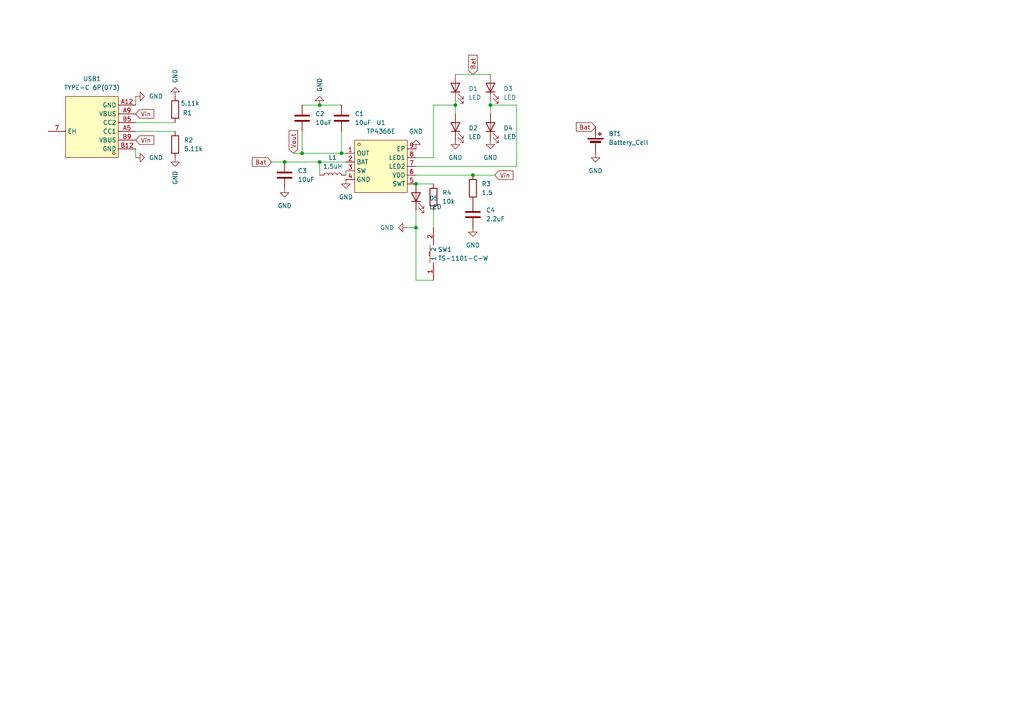
<source format=kicad_sch>
(kicad_sch (version 20231120) (generator "eeschema") (generator_version "8.0")
  (paper "A4")
  (lib_symbols
    (symbol "Device:Battery_Cell" (pin_numbers hide) (pin_names (offset 0) hide)
      (property "Reference" "BT" (at 2.54 2.54 0))
      (property "Value" "Battery_Cell" (at 2.54 0 0))
      (symbol "Battery_Cell_0_1"
        (rectangle (start -2.286 1.778) (end 2.286 1.524) (fill (type outline)))
        (rectangle (start -1.524 1.016) (end 1.524 0.508) (fill (type outline)))
        (polyline (pts (xy 0 0.762) (xy 0 0)))
        (polyline (pts (xy 0 1.778) (xy 0 2.54)))
        (polyline (pts (xy 0.762 3.048) (xy 1.778 3.048)) (stroke (width 0.254)))
        (polyline (pts (xy 1.27 3.556) (xy 1.27 2.54)) (stroke (width 0.254)))
      )
      (symbol "Battery_Cell_1_1"
        (pin passive line (at 0 5.08 270) (length 2.54) (name "+") (number "1"))
        (pin passive line (at 0 -2.54 90) (length 2.54) (name "-") (number "2"))
      )
    )
    (symbol "Device:C" (pin_numbers hide) (pin_names (offset 0.254))
      (property "Reference" "C" (at 0.635 2.54 0))
      (property "Value" "C" (at 0.635 -2.54 0))
      (symbol "C_0_1"
        (polyline (pts (xy -2.032 -0.762) (xy 2.032 -0.762)) (stroke (width 0.508)))
        (polyline (pts (xy -2.032 0.762) (xy 2.032 0.762)) (stroke (width 0.508)))
      )
      (symbol "C_1_1"
        (pin passive line (at 0 3.81 270) (length 2.794) (name "~") (number "1"))
        (pin passive line (at 0 -3.81 90) (length 2.794) (name "~") (number "2"))
      )
    )
    (symbol "Device:L" (pin_numbers hide) (pin_names (offset 1.016) hide)
      (property "Reference" "L" (at -1.27 0 90))
      (property "Value" "L" (at 1.905 0 90))
      (symbol "L_0_1"
        (arc (start 0 -2.54) (mid 0.6323 -1.905) (end 0 -1.27))
        (arc (start 0 -1.27) (mid 0.6323 -0.635) (end 0 0))
        (arc (start 0 0) (mid 0.6323 0.635) (end 0 1.27))
        (arc (start 0 1.27) (mid 0.6323 1.905) (end 0 2.54))
      )
      (symbol "L_1_1"
        (pin passive line (at 0 3.81 270) (length 1.27) (name "1") (number "1"))
        (pin passive line (at 0 -3.81 90) (length 1.27) (name "2") (number "2"))
      )
    )
    (symbol "Device:LED" (pin_numbers hide) (pin_names (offset 1.016) hide)
      (property "Reference" "D" (at 0 2.54 0))
      (property "Value" "LED" (at 0 -2.54 0))
      (symbol "LED_0_1"
        (polyline (pts (xy -1.27 -1.27) (xy -1.27 1.27)) (stroke (width 0.254)))
        (polyline (pts (xy -1.27 0) (xy 1.27 0)))
        (polyline (pts (xy 1.27 -1.27) (xy 1.27 1.27) (xy -1.27 0) (xy 1.27 -1.27)) (stroke (width 0.254)))
        (polyline (pts (xy -3.048 -0.762) (xy -4.572 -2.286) (xy -3.81 -2.286) (xy -4.572 -2.286) (xy -4.572 -1.524)))
        (polyline (pts (xy -1.778 -0.762) (xy -3.302 -2.286) (xy -2.54 -2.286) (xy -3.302 -2.286) (xy -3.302 -1.524)))
      )
      (symbol "LED_1_1"
        (pin passive line (at -3.81 0 0) (length 2.54) (name "K") (number "1"))
        (pin passive line (at 3.81 0 180) (length 2.54) (name "A") (number "2"))
      )
    )
    (symbol "Device:R" (pin_numbers hide) (pin_names (offset 0))
      (property "Reference" "R" (at 2.032 0 90))
      (property "Value" "R" (at 0 0 90))
      (symbol "R_0_1"
        (rectangle (start -1.016 -2.54) (end 1.016 2.54) (stroke (width 0.254)))
      )
      (symbol "R_1_1"
        (pin passive line (at 0 3.81 270) (length 1.27) (name "~") (number "1"))
        (pin passive line (at 0 -3.81 90) (length 1.27) (name "~") (number "2"))
      )
    )
    (symbol "easyeda2kicad:TP4366E"
      (property "Reference" "U" (at 0 10.16 0))
      (property "Value" "TP4366E" (at 0 -10.16 0))
      (symbol "TP4366E_0_1"
        (rectangle (start -7.62 7.62) (end 7.62 -7.62) (fill (type background)))
        (circle (center -6.35 6.35) (radius 0.38))
        (pin unspecified line (at -10.16 3.81 0) (length 2.54) (name "OUT") (number "1"))
        (pin unspecified line (at -10.16 1.27 0) (length 2.54) (name "BAT") (number "2"))
        (pin unspecified line (at -10.16 -1.27 0) (length 2.54) (name "SW") (number "3"))
        (pin unspecified line (at -10.16 -3.81 0) (length 2.54) (name "GND") (number "4"))
        (pin unspecified line (at 10.16 -5.08 180) (length 2.54) (name "SWT") (number "5"))
        (pin unspecified line (at 10.16 -2.54 180) (length 2.54) (name "VDD") (number "6"))
        (pin unspecified line (at 10.16 0 180) (length 2.54) (name "LED2") (number "7"))
        (pin unspecified line (at 10.16 2.54 180) (length 2.54) (name "LED1") (number "8"))
        (pin unspecified line (at 10.16 5.08 180) (length 2.54) (name "EP") (number "9"))
      )
    )
    (symbol "easyeda2kicad:TS-1101-C-W"
      (property "Reference" "SW" (at 0 5.08 0))
      (property "Value" "TS-1101-C-W" (at 0 -5.08 0))
      (symbol "TS-1101-C-W_0_1"
        (polyline (pts (xy -2.54 1.02) (xy 2.54 1.02)))
        (polyline (pts (xy -0.51 1.02) (xy -0.51 1.27) (xy 0.51 1.27) (xy 0.51 1.02)))
        (pin unspecified line (at -7.62 0 0) (length 5.08) (name "1") (number "1"))
        (pin unspecified line (at 7.62 0 180) (length 5.08) (name "2") (number "2"))
      )
    )
    (symbol "easyeda2kicad:TYPE-C6P(073)"
      (property "Reference" "USB" (at 0 10.16 0))
      (property "Value" "TYPE-C 6P(073)" (at 0 -12.7 0))
      (symbol "TYPE-C6P(073)_0_1"
        (rectangle (start -7.62 7.62) (end 7.62 -10.16) (fill (type background)))
        (circle (center -6.35 6.35) (radius 0.38))
        (pin unspecified line (at 12.7 0 180) (length 5.08) (name "EH") (number "7"))
        (pin unspecified line (at -12.7 -7.62 0) (length 5.08) (name "GND") (number "A12"))
        (pin unspecified line (at -12.7 0 0) (length 5.08) (name "CC1") (number "A5"))
        (pin unspecified line (at -12.7 -5.08 0) (length 5.08) (name "VBUS") (number "A9"))
        (pin unspecified line (at -12.7 5.08 0) (length 5.08) (name "GND") (number "B12"))
        (pin unspecified line (at -12.7 -2.54 0) (length 5.08) (name "CC2") (number "B5"))
        (pin unspecified line (at -12.7 2.54 0) (length 5.08) (name "VBUS") (number "B9"))
      )
    )
    (symbol "power:GND" (power) (pin_numbers hide) (pin_names (offset 0) hide)
      (property "Value" "GND" (at 0 -3.81 0))
      (symbol "GND_0_1"
        (polyline (pts (xy 0 0) (xy 0 -1.27) (xy 1.27 -1.27) (xy 0 -2.54) (xy -1.27 -1.27) (xy 0 -1.27)))
      )
      (symbol "GND_1_1"
        (pin power_in line (at 0 0 270) (length 0) (name "~") (number "1"))
      )
    )
  )
  (junction (at 92.71 46.99))
  (junction (at 87.63 44.45))
  (junction (at 132.08 30.48))
  (junction (at 142.24 30.48))
  (junction (at 120.65 53.34))
  (junction (at 92.71 30.48))
  (junction (at 99.06 44.45))
  (junction (at 82.55 46.99))
  (junction (at 120.65 66.04))
  (junction (at 137.16 50.8))
  (wire (pts (xy 125.73 60.96) (xy 125.73 66.04)))
  (wire (pts (xy 120.65 53.34) (xy 125.73 53.34)))
  (wire (pts (xy 120.65 81.28) (xy 120.65 66.04)))
  (wire (pts (xy 142.24 29.21) (xy 142.24 30.48)))
  (wire (pts (xy 87.63 30.48) (xy 92.71 30.48)))
  (wire (pts (xy 87.63 44.45) (xy 99.06 44.45)))
  (wire (pts (xy 120.65 60.96) (xy 120.65 66.04)))
  (wire (pts (xy 100.33 50.8) (xy 100.33 49.53)))
  (wire (pts (xy 120.65 50.8) (xy 137.16 50.8)))
  (wire (pts (xy 87.63 38.1) (xy 87.63 44.45)))
  (wire (pts (xy 125.73 81.28) (xy 120.65 81.28)))
  (wire (pts (xy 39.37 27.94) (xy 39.37 30.48)))
  (wire (pts (xy 82.55 46.99) (xy 92.71 46.99)))
  (wire (pts (xy 149.86 48.26) (xy 149.86 30.48)))
  (wire (pts (xy 85.09 44.45) (xy 87.63 44.45)))
  (wire (pts (xy 149.86 30.48) (xy 142.24 30.48)))
  (wire (pts (xy 132.08 21.59) (xy 142.24 21.59)))
  (wire (pts (xy 120.65 48.26) (xy 149.86 48.26)))
  (wire (pts (xy 99.06 38.1) (xy 99.06 44.45)))
  (wire (pts (xy 125.73 30.48) (xy 132.08 30.48)))
  (wire (pts (xy 125.73 45.72) (xy 125.73 30.48)))
  (wire (pts (xy 120.65 45.72) (xy 125.73 45.72)))
  (wire (pts (xy 132.08 30.48) (xy 132.08 33.02)))
  (wire (pts (xy 142.24 30.48) (xy 142.24 33.02)))
  (wire (pts (xy 39.37 45.72) (xy 39.37 43.18)))
  (wire (pts (xy 39.37 38.1) (xy 50.8 38.1)))
  (wire (pts (xy 143.51 50.8) (xy 137.16 50.8)))
  (wire (pts (xy 99.06 44.45) (xy 100.33 44.45)))
  (wire (pts (xy 78.74 46.99) (xy 82.55 46.99)))
  (wire (pts (xy 92.71 46.99) (xy 100.33 46.99)))
  (wire (pts (xy 92.71 30.48) (xy 99.06 30.48)))
  (wire (pts (xy 50.8 35.56) (xy 39.37 35.56)))
  (wire (pts (xy 92.71 46.99) (xy 92.71 50.8)))
  (wire (pts (xy 132.08 29.21) (xy 132.08 30.48)))
  (wire (pts (xy 118.11 66.04) (xy 120.65 66.04)))
  (global_label "Vout" (shape input) (at 85.09 44.45 90) (property "Intersheetrefs" "${INTERSHEET_REFS}" (effects (hide yes))))
  (global_label "Vin" (shape input) (at 39.37 33.02 0) (property "Intersheetrefs" "${INTERSHEET_REFS}" (effects (hide yes))))
  (global_label "Vin" (shape input) (at 143.51 50.8 0) (property "Intersheetrefs" "${INTERSHEET_REFS}" (effects (hide yes))))
  (global_label "Bat" (shape input) (at 137.16 21.59 90) (property "Intersheetrefs" "${INTERSHEET_REFS}" (effects (hide yes))))
  (global_label "Bat" (shape input) (at 78.74 46.99 180) (property "Intersheetrefs" "${INTERSHEET_REFS}" (effects (hide yes))))
  (global_label "Bat" (shape input) (at 172.72 36.83 180) (property "Intersheetrefs" "${INTERSHEET_REFS}" (effects (hide yes))))
  (global_label "Vin" (shape input) (at 39.37 40.64 0) (property "Intersheetrefs" "${INTERSHEET_REFS}" (effects (hide yes))))
  (symbol (lib_id "power:GND") (at 50.8 27.94 180) (unit 1)
    (property "Reference" "#PWR09" (effects (hide yes)))
    (property "Value" "GND" (at 50.7999 24.13 90) (effects (justify right)))
    (property "Description" "Power symbol creates a global label with name \"GND\" , ground" (effects (hide yes)))
  )
  (symbol (lib_id "Device:LED") (at 142.24 36.83 90) (unit 1)
    (property "Reference" "D4" (at 146.05 37.1474 90) (effects (justify right)))
    (property "Value" "LED" (at 146.05 39.6874 90) (effects (justify right)))
    (property "Footprint" "LED_SMD:LED_0201_0603Metric" (effects (hide yes)))
    (property "Description" "Light emitting diode" (effects (hide yes)))
    (property "LCSC" "C965807" (effects (hide yes)))
  )
  (symbol (lib_id "power:GND") (at 120.65 43.18 180) (unit 1)
    (property "Reference" "#PWR04" (effects (hide yes)))
    (property "Value" "GND" (at 120.65 38.1 0))
    (property "Description" "Power symbol creates a global label with name \"GND\" , ground" (effects (hide yes)))
  )
  (symbol (lib_id "Device:LED") (at 132.08 36.83 90) (unit 1)
    (property "Reference" "D2" (at 135.89 37.1474 90) (effects (justify right)))
    (property "Value" "LED" (at 135.89 39.6874 90) (effects (justify right)))
    (property "Footprint" "LED_SMD:LED_0201_0603Metric" (effects (hide yes)))
    (property "Description" "Light emitting diode" (effects (hide yes)))
    (property "LCSC" "C965807" (effects (hide yes)))
  )
  (symbol (lib_id "power:GND") (at 172.72 44.45 0) (unit 1)
    (property "Reference" "#PWR013" (effects (hide yes)))
    (property "Value" "GND" (at 172.72 49.53 0))
    (property "Description" "Power symbol creates a global label with name \"GND\" , ground" (effects (hide yes)))
  )
  (symbol (lib_id "easyeda2kicad:TS-1101-C-W") (at 125.73 73.66 90) (unit 1)
    (property "Reference" "SW1" (at 127 72.3899 90) (effects (justify right)))
    (property "Value" "TS-1101-C-W" (at 127 74.9299 90) (effects (justify right)))
    (property "Footprint" "easyeda2kicad:SW-SMD_L6.0-W3.3-LS8.0" (effects (hide yes)))
    (property "LCSC Part" "C318938" (effects (hide yes)))
  )
  (symbol (lib_id "power:GND") (at 92.71 30.48 180) (unit 1)
    (property "Reference" "#PWR01" (effects (hide yes)))
    (property "Value" "GND" (at 92.7099 26.67 90) (effects (justify right)))
    (property "Description" "Power symbol creates a global label with name \"GND\" , ground" (effects (hide yes)))
  )
  (symbol (lib_id "Device:LED") (at 132.08 25.4 90) (unit 1)
    (property "Reference" "D1" (at 135.89 25.7174 90) (effects (justify right)))
    (property "Value" "LED" (at 135.89 28.2574 90) (effects (justify right)))
    (property "Footprint" "LED_SMD:LED_0201_0603Metric" (effects (hide yes)))
    (property "Description" "Light emitting diode" (effects (hide yes)))
    (property "LCSC" "C965807" (effects (hide yes)))
  )
  (symbol (lib_id "Device:C") (at 137.16 62.23 0) (unit 1)
    (property "Reference" "C4" (at 140.97 60.9599 0) (effects (justify left)))
    (property "Value" "2.2uF" (at 140.97 63.4999 0) (effects (justify left)))
    (property "Footprint" "Capacitor_SMD:C_1206_3216Metric" (effects (hide yes)))
    (property "Description" "Unpolarized capacitor" (effects (hide yes)))
  )
  (symbol (lib_id "power:GND") (at 132.08 40.64 0) (unit 1)
    (property "Reference" "#PWR011" (effects (hide yes)))
    (property "Value" "GND" (at 132.08 45.72 0))
    (property "Description" "Power symbol creates a global label with name \"GND\" , ground" (effects (hide yes)))
  )
  (symbol (lib_id "Device:R") (at 50.8 41.91 0) (unit 1)
    (property "Reference" "R2" (at 53.34 40.6399 0) (effects (justify left)))
    (property "Value" "5.11k" (at 53.34 43.1799 0) (effects (justify left)))
    (property "Footprint" "Resistor_SMD:R_1206_3216Metric" (effects (hide yes)))
    (property "Description" "Resistor" (effects (hide yes)))
  )
  (symbol (lib_id "power:GND") (at 39.37 27.94 90) (unit 1)
    (property "Reference" "#PWR07" (effects (hide yes)))
    (property "Value" "GND" (at 43.18 27.9399 90) (effects (justify right)))
    (property "Description" "Power symbol creates a global label with name \"GND\" , ground" (effects (hide yes)))
  )
  (symbol (lib_id "power:GND") (at 39.37 45.72 90) (unit 1)
    (property "Reference" "#PWR08" (effects (hide yes)))
    (property "Value" "GND" (at 43.18 45.7199 90) (effects (justify right)))
    (property "Description" "Power symbol creates a global label with name \"GND\" , ground" (effects (hide yes)))
  )
  (symbol (lib_id "Device:C") (at 87.63 34.29 0) (unit 1)
    (property "Reference" "C2" (at 91.44 33.0199 0) (effects (justify left)))
    (property "Value" "10uF" (at 91.44 35.5599 0) (effects (justify left)))
    (property "Footprint" "Capacitor_SMD:C_1206_3216Metric" (effects (hide yes)))
    (property "Description" "Unpolarized capacitor" (effects (hide yes)))
  )
  (symbol (lib_id "power:GND") (at 142.24 40.64 0) (unit 1)
    (property "Reference" "#PWR012" (effects (hide yes)))
    (property "Value" "GND" (at 142.24 45.72 0))
    (property "Description" "Power symbol creates a global label with name \"GND\" , ground" (effects (hide yes)))
  )
  (symbol (lib_id "Device:R") (at 137.16 54.61 0) (unit 1)
    (property "Reference" "R3" (at 139.7 53.3399 0) (effects (justify left)))
    (property "Value" "1.5" (at 139.7 55.8799 0) (effects (justify left)))
    (property "Footprint" "Resistor_SMD:R_1206_3216Metric" (effects (hide yes)))
    (property "Description" "Resistor" (effects (hide yes)))
  )
  (symbol (lib_id "Device:R") (at 125.73 57.15 0) (unit 1)
    (property "Reference" "R4" (at 128.27 55.8799 0) (effects (justify left)))
    (property "Value" "10k" (at 128.27 58.4199 0) (effects (justify left)))
    (property "Footprint" "Resistor_SMD:R_1206_3216Metric" (effects (hide yes)))
    (property "Description" "Resistor" (effects (hide yes)))
  )
  (symbol (lib_id "easyeda2kicad:TYPE-C6P(073)") (at 26.67 38.1 180) (unit 1)
    (property "Reference" "USB1" (at 26.67 22.86 0))
    (property "Value" "TYPE-C 6P(073)" (at 26.67 25.4 0))
    (property "Footprint" "easyeda2kicad:TYPE-C-SMD_TYPE-C-6P_5" (effects (hide yes)))
    (property "Datasheet" "https://lcsc.com/product-detail/USB-Connectors_SHOU-HAN-TYPE-C-6P-073_C668623.html" (effects (hide yes)))
    (property "LCSC Part" "C668623" (effects (hide yes)))
  )
  (symbol (lib_id "Device:C") (at 99.06 34.29 0) (unit 1)
    (property "Reference" "C1" (at 102.87 33.0199 0) (effects (justify left)))
    (property "Value" "10uF" (at 102.87 35.5599 0) (effects (justify left)))
    (property "Footprint" "Capacitor_SMD:C_1206_3216Metric" (effects (hide yes)))
    (property "Description" "Unpolarized capacitor" (effects (hide yes)))
  )
  (symbol (lib_id "Device:C") (at 82.55 50.8 0) (unit 1)
    (property "Reference" "C3" (at 86.36 49.5299 0) (effects (justify left)))
    (property "Value" "10uF" (at 86.36 52.0699 0) (effects (justify left)))
    (property "Footprint" "Capacitor_SMD:C_1206_3216Metric" (effects (hide yes)))
    (property "Description" "Unpolarized capacitor" (effects (hide yes)))
  )
  (symbol (lib_id "power:GND") (at 82.55 54.61 0) (unit 1)
    (property "Reference" "#PWR02" (effects (hide yes)))
    (property "Value" "GND" (at 82.55 59.69 0))
    (property "Description" "Power symbol creates a global label with name \"GND\" , ground" (effects (hide yes)))
  )
  (symbol (lib_id "power:GND") (at 118.11 66.04 270) (unit 1)
    (property "Reference" "#PWR06" (effects (hide yes)))
    (property "Value" "GND" (at 114.3 66.0399 90) (effects (justify right)))
    (property "Description" "Power symbol creates a global label with name \"GND\" , ground" (effects (hide yes)))
  )
  (symbol (lib_id "Device:R") (at 50.8 31.75 180) (unit 1)
    (property "Reference" "R1" (at 54.356 32.766 0))
    (property "Value" "5.11k" (at 55.118 29.972 0))
    (property "Footprint" "Resistor_SMD:R_1206_3216Metric" (effects (hide yes)))
    (property "Description" "Resistor" (effects (hide yes)))
  )
  (symbol (lib_id "power:GND") (at 137.16 66.04 0) (unit 1)
    (property "Reference" "#PWR05" (effects (hide yes)))
    (property "Value" "GND" (at 137.16 71.12 0))
    (property "Description" "Power symbol creates a global label with name \"GND\" , ground" (effects (hide yes)))
  )
  (symbol (lib_id "Device:LED") (at 142.24 25.4 90) (unit 1)
    (property "Reference" "D3" (at 146.05 25.7174 90) (effects (justify right)))
    (property "Value" "LED" (at 146.05 28.2574 90) (effects (justify right)))
    (property "Footprint" "LED_SMD:LED_0201_0603Metric" (effects (hide yes)))
    (property "Description" "Light emitting diode" (effects (hide yes)))
    (property "LCSC" "C965807" (effects (hide yes)))
  )
  (symbol (lib_id "Device:L") (at 96.52 50.8 90) (unit 1)
    (property "Reference" "L1" (at 96.52 45.72 90))
    (property "Value" "1.5uH" (at 96.52 48.26 90))
    (property "Footprint" "easyeda2kicad:IND-SMD_L7.2-W6.6_GPSR0730" (effects (hide yes)))
    (property "Description" "Inductor" (effects (hide yes)))
    (property "LCSC" "C5189745" (effects (hide yes)))
  )
  (symbol (lib_id "power:GND") (at 50.8 45.72 0) (unit 1)
    (property "Reference" "#PWR010" (effects (hide yes)))
    (property "Value" "GND" (at 50.8001 49.53 90) (effects (justify right)))
    (property "Description" "Power symbol creates a global label with name \"GND\" , ground" (effects (hide yes)))
  )
  (symbol (lib_id "Device:Battery_Cell") (at 172.72 41.91 0) (unit 1)
    (property "Reference" "BT1" (at 176.53 38.7984 0) (effects (justify left)))
    (property "Value" "Battery_Cell" (at 176.53 41.3384 0) (effects (justify left)))
    (property "Footprint" "Connector_PinHeader_2.54mm:PinHeader_1x02_P2.54mm_Horizontal" (effects (hide yes)))
    (property "Description" "Single-cell battery" (effects (hide yes)))
  )
  (symbol (lib_id "Device:LED") (at 120.65 57.15 90) (unit 1)
    (property "Reference" "D5" (at 124.46 57.4674 90) (effects (justify right)))
    (property "Value" "LED" (at 124.46 60.0074 90) (effects (justify right)))
    (property "Footprint" "LED_SMD:LED_0201_0603Metric" (effects (hide yes)))
    (property "Description" "Light emitting diode" (effects (hide yes)))
    (property "LCSC" "C965807" (effects (hide yes)))
  )
  (symbol (lib_id "easyeda2kicad:TP4366E") (at 110.49 48.26 0) (unit 1)
    (property "Reference" "U1" (at 110.49 35.56 0))
    (property "Value" "TP4366E" (at 110.49 38.1 0))
    (property "Footprint" "easyeda2kicad:ESOP-8_L4.9-W3.9-P1.27-LS6.0-BL-EP" (effects (hide yes)))
    (property "Datasheet" "https://lcsc.com/product-detail/PMIC-Battery-Management_TPOWER-TP4366E_C382127.html" (effects (hide yes)))
    (property "LCSC Part" "C382127" (effects (hide yes)))
  )
  (symbol (lib_id "power:GND") (at 100.33 52.07 0) (unit 1)
    (property "Reference" "#PWR03" (effects (hide yes)))
    (property "Value" "GND" (at 100.33 57.15 0))
    (property "Description" "Power symbol creates a global label with name \"GND\" , ground" (effects (hide yes)))
  )
)
</source>
